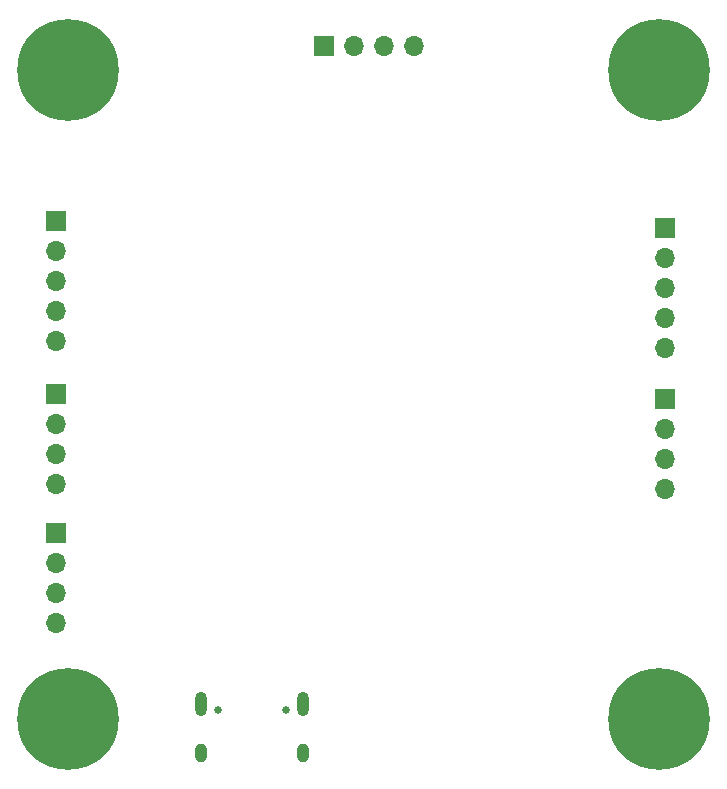
<source format=gbr>
%TF.GenerationSoftware,KiCad,Pcbnew,8.0.6*%
%TF.CreationDate,2024-12-26T00:35:44-06:00*%
%TF.ProjectId,KiCAD_MCPtest,4b694341-445f-44d4-9350-746573742e6b,rev?*%
%TF.SameCoordinates,Original*%
%TF.FileFunction,Soldermask,Bot*%
%TF.FilePolarity,Negative*%
%FSLAX46Y46*%
G04 Gerber Fmt 4.6, Leading zero omitted, Abs format (unit mm)*
G04 Created by KiCad (PCBNEW 8.0.6) date 2024-12-26 00:35:44*
%MOMM*%
%LPD*%
G01*
G04 APERTURE LIST*
%ADD10C,0.900000*%
%ADD11C,8.600000*%
%ADD12R,1.700000X1.700000*%
%ADD13O,1.700000X1.700000*%
%ADD14C,0.650000*%
%ADD15O,1.000000X2.100000*%
%ADD16O,1.000000X1.600000*%
G04 APERTURE END LIST*
D10*
%TO.C,H1*%
X101775000Y-48000000D03*
X102719581Y-45719581D03*
X102719581Y-50280419D03*
X105000000Y-44775000D03*
D11*
X105000000Y-48000000D03*
D10*
X105000000Y-51225000D03*
X107280419Y-45719581D03*
X107280419Y-50280419D03*
X108225000Y-48000000D03*
%TD*%
%TO.C,H3*%
X151775000Y-103000000D03*
X152719581Y-100719581D03*
X152719581Y-105280419D03*
X155000000Y-99775000D03*
D11*
X155000000Y-103000000D03*
D10*
X155000000Y-106225000D03*
X157280419Y-100719581D03*
X157280419Y-105280419D03*
X158225000Y-103000000D03*
%TD*%
D12*
%TO.C,J1*%
X126700000Y-46000000D03*
D13*
X129240000Y-46000000D03*
X131780000Y-46000000D03*
X134320000Y-46000000D03*
%TD*%
D12*
%TO.C,J3*%
X104000000Y-60840000D03*
D13*
X104000000Y-63380000D03*
X104000000Y-65920000D03*
X104000000Y-68460000D03*
X104000000Y-71000000D03*
%TD*%
D14*
%TO.C,J7*%
X117710000Y-102200000D03*
X123490000Y-102200000D03*
D15*
X116280000Y-101670000D03*
D16*
X116280000Y-105850000D03*
D15*
X124920000Y-101670000D03*
D16*
X124920000Y-105850000D03*
%TD*%
D12*
%TO.C,J5*%
X155500000Y-61420000D03*
D13*
X155500000Y-63960000D03*
X155500000Y-66500000D03*
X155500000Y-69040000D03*
X155500000Y-71580000D03*
%TD*%
D12*
%TO.C,J6*%
X155500000Y-75880000D03*
D13*
X155500000Y-78420000D03*
X155500000Y-80960000D03*
X155500000Y-83500000D03*
%TD*%
D10*
%TO.C,H2*%
X151775000Y-48000000D03*
X152719581Y-45719581D03*
X152719581Y-50280419D03*
X155000000Y-44775000D03*
D11*
X155000000Y-48000000D03*
D10*
X155000000Y-51225000D03*
X157280419Y-45719581D03*
X157280419Y-50280419D03*
X158225000Y-48000000D03*
%TD*%
D12*
%TO.C,J4*%
X104000000Y-75460000D03*
D13*
X104000000Y-78000000D03*
X104000000Y-80540000D03*
X104000000Y-83080000D03*
%TD*%
D12*
%TO.C,J2*%
X104000000Y-87200000D03*
D13*
X104000000Y-89740000D03*
X104000000Y-92280000D03*
X104000000Y-94820000D03*
%TD*%
D10*
%TO.C,H4*%
X101775000Y-103000000D03*
X102719581Y-100719581D03*
X102719581Y-105280419D03*
X105000000Y-99775000D03*
D11*
X105000000Y-103000000D03*
D10*
X105000000Y-106225000D03*
X107280419Y-100719581D03*
X107280419Y-105280419D03*
X108225000Y-103000000D03*
%TD*%
M02*

</source>
